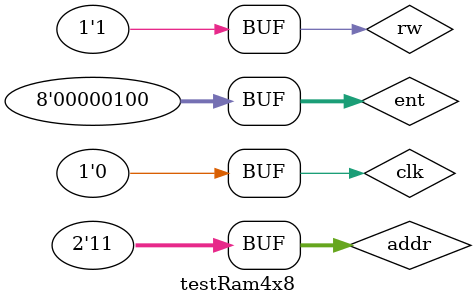
<source format=v>

`include"ram1x8.v"

module demux4s8b(output[7:0] s0, output[7:0] s1, output[7:0] s2, output[7:0] s3, input[7:0] ent, input[1:0] chave);
	reg[7:0] s0, s1, s2, s3;
	always @ (chave or ent)
	begin
		case(chave)
			2'b00 : s0 = ent;
			2'b01 : s1 = ent;
			2'b10 : s2 = ent;
			2'b11 : s3 = ent;
		endcase
	end
endmodule

module demux4s(output[3:0] s, input dmuxIn, input[1:0] chave);
	reg[3:0] s;
	always @ (chave or dmuxIn)
	begin
		case(chave)
			2'b00 : begin s[0] = 1'b1; s[3:1] = 3'b000; end 
			2'b01 : begin s[1] = 1'b1; s[0] = 1'b0; s[3:2] = 2'b00; end
			2'b10 : begin s[2] = 1'b1; s[1:0] = 2'b00; s[3] = 1'b0; end
			2'b11 : begin s[3] = 1'b1; s[2:0] = 3'b000; end
		endcase
	end
endmodule

module mux4e8b(output[7:0] s, input[7:0] e0, input[7:0] e1, input[7:0] e2, input[7:0] e3, input[1:0] chave);
	reg[7:0] s;
	always @ (chave or e0 or e1 or e2 or e3)
	begin
		case(chave)
			2'b00 : s = e0;
			2'b01 : s = e1;
			2'b10 : s = e2;
			2'b11 : s = e3;
		endcase
	end
endmodule

module ram4x8(output[7:0] s, input[1:0] addr, input rw, input clk, input[7:0] ent);
	wire[3:0] dm;
	wire[7:0] ent0, ent1, ent2, ent3, s0, s1, s2, s3;
	
	demux4s DEMUX4S(dm, 1'b1, addr);
	demux4s8b DEMUX4S8B(ent0, ent1, ent2, ent3, ent, addr);
	
	ram1x8 RAM1X8_0(s0, ent0, dm[0], rw, clk);
	ram1x8 RAM1X8_1(s1, ent1, dm[1], rw, clk);
	ram1x8 RAM1X8_2(s2, ent2, dm[2], rw, clk);
	ram1x8 RAM1X8_3(s3, ent3, dm[3], rw, clk);
	
	mux4e8b MUX4E8B(s, s0, s1, s2, s3, addr);
endmodule

module testRam4x8;
	wire[7:0] s;
	reg[7:0] ent;
	reg[1:0] addr;
	reg rw, clk;
	
	ram4x8 RAM4X8(s, addr, rw, clk, ent);
	initial begin
	$display("Exercicio07 - Átila Martins Silva Júnior - 449014");
	
	ent = 8'b00000000; addr = 2'b00; rw = 1; clk = 0;
	
	$monitor("input: %b addr: %b output: %b",ent,addr,s);
	#4ent = 8'b00000001; clk = 1;
	#4clk = 0;
	ent = 8'b00000010; addr = 2'b01; clk = 1;
	#4clk = 0;	
	ent = 8'b00000011; addr = 2'b10; clk = 1;
	#4clk = 0;
	ent = 8'b00000100; addr = 2'b11; clk = 1;
	#4clk = 0;
	#4addr = 2'b00;
	#4addr = 2'b01;
	#4addr = 2'b10;
	#4addr = 2'b11;
	end
endmodule
</source>
